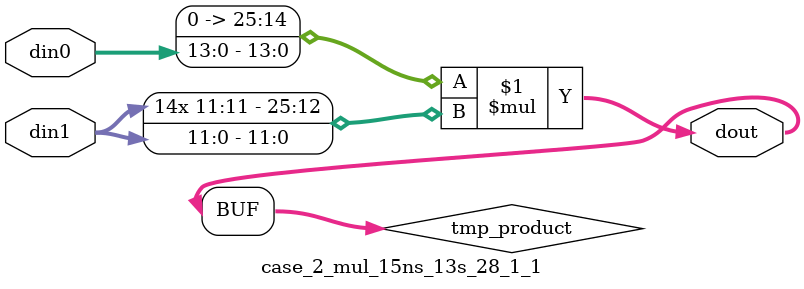
<source format=v>

`timescale 1 ns / 1 ps

 (* use_dsp = "no" *)  module case_2_mul_15ns_13s_28_1_1(din0, din1, dout);
parameter ID = 1;
parameter NUM_STAGE = 0;
parameter din0_WIDTH = 14;
parameter din1_WIDTH = 12;
parameter dout_WIDTH = 26;

input [din0_WIDTH - 1 : 0] din0; 
input [din1_WIDTH - 1 : 0] din1; 
output [dout_WIDTH - 1 : 0] dout;

wire signed [dout_WIDTH - 1 : 0] tmp_product;

























assign tmp_product = $signed({1'b0, din0}) * $signed(din1);










assign dout = tmp_product;





















endmodule

</source>
